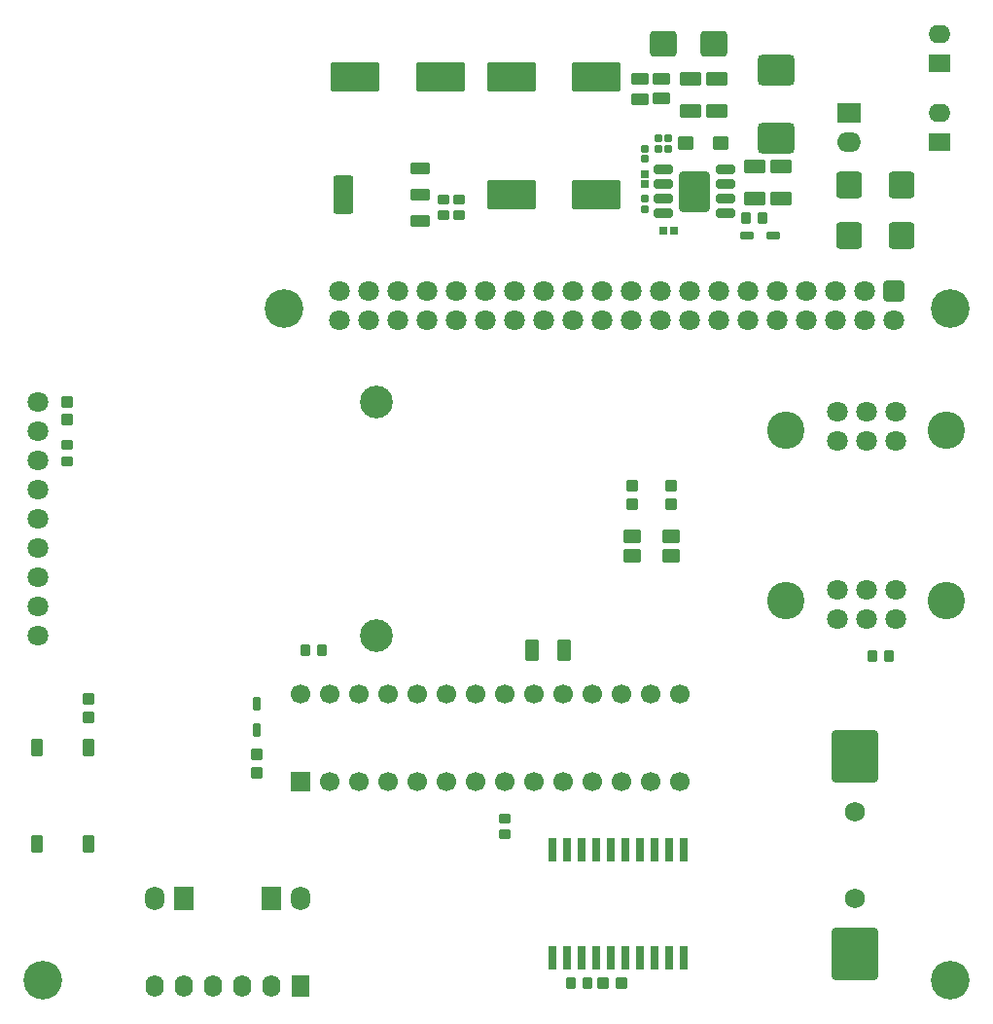
<source format=gts>
G04*
G04 #@! TF.GenerationSoftware,Altium Limited,Altium Designer,24.0.1 (36)*
G04*
G04 Layer_Color=8388736*
%FSLAX25Y25*%
%MOIN*%
G70*
G04*
G04 #@! TF.SameCoordinates,8BFE6F63-70C4-421D-ACC2-915F9C03592B*
G04*
G04*
G04 #@! TF.FilePolarity,Negative*
G04*
G01*
G75*
G04:AMPARAMS|DCode=43|XSize=139.76mil|YSize=104.72mil|CornerRadius=12.05mil|HoleSize=0mil|Usage=FLASHONLY|Rotation=270.000|XOffset=0mil|YOffset=0mil|HoleType=Round|Shape=RoundedRectangle|*
%AMROUNDEDRECTD43*
21,1,0.13976,0.08063,0,0,270.0*
21,1,0.11567,0.10472,0,0,270.0*
1,1,0.02409,-0.04031,-0.05784*
1,1,0.02409,-0.04031,0.05784*
1,1,0.02409,0.04031,0.05784*
1,1,0.02409,0.04031,-0.05784*
%
%ADD43ROUNDEDRECTD43*%
G04:AMPARAMS|DCode=44|XSize=63.98mil|YSize=31.5mil|CornerRadius=4.72mil|HoleSize=0mil|Usage=FLASHONLY|Rotation=180.000|XOffset=0mil|YOffset=0mil|HoleType=Round|Shape=RoundedRectangle|*
%AMROUNDEDRECTD44*
21,1,0.06398,0.02205,0,0,180.0*
21,1,0.05453,0.03150,0,0,180.0*
1,1,0.00945,-0.02726,0.01102*
1,1,0.00945,0.02726,0.01102*
1,1,0.00945,0.02726,-0.01102*
1,1,0.00945,-0.02726,-0.01102*
%
%ADD44ROUNDEDRECTD44*%
G04:AMPARAMS|DCode=45|XSize=169.29mil|YSize=102.36mil|CornerRadius=11.81mil|HoleSize=0mil|Usage=FLASHONLY|Rotation=0.000|XOffset=0mil|YOffset=0mil|HoleType=Round|Shape=RoundedRectangle|*
%AMROUNDEDRECTD45*
21,1,0.16929,0.07874,0,0,0.0*
21,1,0.14567,0.10236,0,0,0.0*
1,1,0.02362,0.07284,-0.03937*
1,1,0.02362,-0.07284,-0.03937*
1,1,0.02362,-0.07284,0.03937*
1,1,0.02362,0.07284,0.03937*
%
%ADD45ROUNDEDRECTD45*%
G04:AMPARAMS|DCode=46|XSize=41.34mil|YSize=39.37mil|CornerRadius=5.51mil|HoleSize=0mil|Usage=FLASHONLY|Rotation=0.000|XOffset=0mil|YOffset=0mil|HoleType=Round|Shape=RoundedRectangle|*
%AMROUNDEDRECTD46*
21,1,0.04134,0.02835,0,0,0.0*
21,1,0.03032,0.03937,0,0,0.0*
1,1,0.01102,0.01516,-0.01417*
1,1,0.01102,-0.01516,-0.01417*
1,1,0.01102,-0.01516,0.01417*
1,1,0.01102,0.01516,0.01417*
%
%ADD46ROUNDEDRECTD46*%
G04:AMPARAMS|DCode=47|XSize=40.95mil|YSize=35.43mil|CornerRadius=5.12mil|HoleSize=0mil|Usage=FLASHONLY|Rotation=0.000|XOffset=0mil|YOffset=0mil|HoleType=Round|Shape=RoundedRectangle|*
%AMROUNDEDRECTD47*
21,1,0.04095,0.02520,0,0,0.0*
21,1,0.03071,0.03543,0,0,0.0*
1,1,0.01024,0.01535,-0.01260*
1,1,0.01024,-0.01535,-0.01260*
1,1,0.01024,-0.01535,0.01260*
1,1,0.01024,0.01535,0.01260*
%
%ADD47ROUNDEDRECTD47*%
G04:AMPARAMS|DCode=48|XSize=62.99mil|YSize=43.31mil|CornerRadius=6.89mil|HoleSize=0mil|Usage=FLASHONLY|Rotation=270.000|XOffset=0mil|YOffset=0mil|HoleType=Round|Shape=RoundedRectangle|*
%AMROUNDEDRECTD48*
21,1,0.06299,0.02953,0,0,270.0*
21,1,0.04921,0.04331,0,0,270.0*
1,1,0.01378,-0.01476,-0.02461*
1,1,0.01378,-0.01476,0.02461*
1,1,0.01378,0.01476,0.02461*
1,1,0.01378,0.01476,-0.02461*
%
%ADD48ROUNDEDRECTD48*%
G04:AMPARAMS|DCode=49|XSize=41.34mil|YSize=39.37mil|CornerRadius=5.51mil|HoleSize=0mil|Usage=FLASHONLY|Rotation=270.000|XOffset=0mil|YOffset=0mil|HoleType=Round|Shape=RoundedRectangle|*
%AMROUNDEDRECTD49*
21,1,0.04134,0.02835,0,0,270.0*
21,1,0.03032,0.03937,0,0,270.0*
1,1,0.01102,-0.01417,-0.01516*
1,1,0.01102,-0.01417,0.01516*
1,1,0.01102,0.01417,0.01516*
1,1,0.01102,0.01417,-0.01516*
%
%ADD49ROUNDEDRECTD49*%
G04:AMPARAMS|DCode=50|XSize=47.24mil|YSize=59.06mil|CornerRadius=7.38mil|HoleSize=0mil|Usage=FLASHONLY|Rotation=270.000|XOffset=0mil|YOffset=0mil|HoleType=Round|Shape=RoundedRectangle|*
%AMROUNDEDRECTD50*
21,1,0.04724,0.04429,0,0,270.0*
21,1,0.03248,0.05906,0,0,270.0*
1,1,0.01476,-0.02215,-0.01624*
1,1,0.01476,-0.02215,0.01624*
1,1,0.01476,0.02215,0.01624*
1,1,0.01476,0.02215,-0.01624*
%
%ADD50ROUNDEDRECTD50*%
G04:AMPARAMS|DCode=51|XSize=181.1mil|YSize=161.42mil|CornerRadius=17.72mil|HoleSize=0mil|Usage=FLASHONLY|Rotation=90.000|XOffset=0mil|YOffset=0mil|HoleType=Round|Shape=RoundedRectangle|*
%AMROUNDEDRECTD51*
21,1,0.18110,0.12598,0,0,90.0*
21,1,0.14567,0.16142,0,0,90.0*
1,1,0.03543,0.06299,0.07284*
1,1,0.03543,0.06299,-0.07284*
1,1,0.03543,-0.06299,-0.07284*
1,1,0.03543,-0.06299,0.07284*
%
%ADD51ROUNDEDRECTD51*%
G04:AMPARAMS|DCode=52|XSize=48.23mil|YSize=23.62mil|CornerRadius=3.94mil|HoleSize=0mil|Usage=FLASHONLY|Rotation=90.000|XOffset=0mil|YOffset=0mil|HoleType=Round|Shape=RoundedRectangle|*
%AMROUNDEDRECTD52*
21,1,0.04823,0.01575,0,0,90.0*
21,1,0.04035,0.02362,0,0,90.0*
1,1,0.00787,0.00787,0.02018*
1,1,0.00787,0.00787,-0.02018*
1,1,0.00787,-0.00787,-0.02018*
1,1,0.00787,-0.00787,0.02018*
%
%ADD52ROUNDEDRECTD52*%
G04:AMPARAMS|DCode=53|XSize=40.95mil|YSize=35.43mil|CornerRadius=5.12mil|HoleSize=0mil|Usage=FLASHONLY|Rotation=270.000|XOffset=0mil|YOffset=0mil|HoleType=Round|Shape=RoundedRectangle|*
%AMROUNDEDRECTD53*
21,1,0.04095,0.02520,0,0,270.0*
21,1,0.03071,0.03543,0,0,270.0*
1,1,0.01024,-0.01260,-0.01535*
1,1,0.01024,-0.01260,0.01535*
1,1,0.01024,0.01260,0.01535*
1,1,0.01024,0.01260,-0.01535*
%
%ADD53ROUNDEDRECTD53*%
G04:AMPARAMS|DCode=54|XSize=79.72mil|YSize=29.53mil|CornerRadius=4.53mil|HoleSize=0mil|Usage=FLASHONLY|Rotation=90.000|XOffset=0mil|YOffset=0mil|HoleType=Round|Shape=RoundedRectangle|*
%AMROUNDEDRECTD54*
21,1,0.07972,0.02047,0,0,90.0*
21,1,0.07067,0.02953,0,0,90.0*
1,1,0.00906,0.01024,0.03533*
1,1,0.00906,0.01024,-0.03533*
1,1,0.00906,-0.01024,-0.03533*
1,1,0.00906,-0.01024,0.03533*
%
%ADD54ROUNDEDRECTD54*%
G04:AMPARAMS|DCode=55|XSize=75.59mil|YSize=44.09mil|CornerRadius=5.98mil|HoleSize=0mil|Usage=FLASHONLY|Rotation=90.000|XOffset=0mil|YOffset=0mil|HoleType=Round|Shape=RoundedRectangle|*
%AMROUNDEDRECTD55*
21,1,0.07559,0.03213,0,0,90.0*
21,1,0.06362,0.04409,0,0,90.0*
1,1,0.01197,0.01606,0.03181*
1,1,0.01197,0.01606,-0.03181*
1,1,0.01197,-0.01606,-0.03181*
1,1,0.01197,-0.01606,0.03181*
%
%ADD55ROUNDEDRECTD55*%
G04:AMPARAMS|DCode=56|XSize=66.93mil|YSize=41.34mil|CornerRadius=5.71mil|HoleSize=0mil|Usage=FLASHONLY|Rotation=180.000|XOffset=0mil|YOffset=0mil|HoleType=Round|Shape=RoundedRectangle|*
%AMROUNDEDRECTD56*
21,1,0.06693,0.02992,0,0,180.0*
21,1,0.05551,0.04134,0,0,180.0*
1,1,0.01142,-0.02776,0.01496*
1,1,0.01142,0.02776,0.01496*
1,1,0.01142,0.02776,-0.01496*
1,1,0.01142,-0.02776,-0.01496*
%
%ADD56ROUNDEDRECTD56*%
G04:AMPARAMS|DCode=57|XSize=131.89mil|YSize=66.93mil|CornerRadius=8.27mil|HoleSize=0mil|Usage=FLASHONLY|Rotation=270.000|XOffset=0mil|YOffset=0mil|HoleType=Round|Shape=RoundedRectangle|*
%AMROUNDEDRECTD57*
21,1,0.13189,0.05039,0,0,270.0*
21,1,0.11535,0.06693,0,0,270.0*
1,1,0.01654,-0.02520,-0.05768*
1,1,0.01654,-0.02520,0.05768*
1,1,0.01654,0.02520,0.05768*
1,1,0.01654,0.02520,-0.05768*
%
%ADD57ROUNDEDRECTD57*%
G04:AMPARAMS|DCode=58|XSize=60.24mil|YSize=40.95mil|CornerRadius=5.67mil|HoleSize=0mil|Usage=FLASHONLY|Rotation=0.000|XOffset=0mil|YOffset=0mil|HoleType=Round|Shape=RoundedRectangle|*
%AMROUNDEDRECTD58*
21,1,0.06024,0.02961,0,0,0.0*
21,1,0.04890,0.04095,0,0,0.0*
1,1,0.01134,0.02445,-0.01480*
1,1,0.01134,-0.02445,-0.01480*
1,1,0.01134,-0.02445,0.01480*
1,1,0.01134,0.02445,0.01480*
%
%ADD58ROUNDEDRECTD58*%
G04:AMPARAMS|DCode=59|XSize=58.66mil|YSize=41.73mil|CornerRadius=5.75mil|HoleSize=0mil|Usage=FLASHONLY|Rotation=0.000|XOffset=0mil|YOffset=0mil|HoleType=Round|Shape=RoundedRectangle|*
%AMROUNDEDRECTD59*
21,1,0.05866,0.03024,0,0,0.0*
21,1,0.04717,0.04173,0,0,0.0*
1,1,0.01150,0.02358,-0.01512*
1,1,0.01150,-0.02358,-0.01512*
1,1,0.01150,-0.02358,0.01512*
1,1,0.01150,0.02358,0.01512*
%
%ADD59ROUNDEDRECTD59*%
G04:AMPARAMS|DCode=60|XSize=75.59mil|YSize=44.09mil|CornerRadius=5.98mil|HoleSize=0mil|Usage=FLASHONLY|Rotation=0.000|XOffset=0mil|YOffset=0mil|HoleType=Round|Shape=RoundedRectangle|*
%AMROUNDEDRECTD60*
21,1,0.07559,0.03213,0,0,0.0*
21,1,0.06362,0.04409,0,0,0.0*
1,1,0.01197,0.03181,-0.01606*
1,1,0.01197,-0.03181,-0.01606*
1,1,0.01197,-0.03181,0.01606*
1,1,0.01197,0.03181,0.01606*
%
%ADD60ROUNDEDRECTD60*%
G04:AMPARAMS|DCode=61|XSize=51.58mil|YSize=48.42mil|CornerRadius=6.42mil|HoleSize=0mil|Usage=FLASHONLY|Rotation=180.000|XOffset=0mil|YOffset=0mil|HoleType=Round|Shape=RoundedRectangle|*
%AMROUNDEDRECTD61*
21,1,0.05158,0.03559,0,0,180.0*
21,1,0.03874,0.04842,0,0,180.0*
1,1,0.01284,-0.01937,0.01780*
1,1,0.01284,0.01937,0.01780*
1,1,0.01284,0.01937,-0.01780*
1,1,0.01284,-0.01937,-0.01780*
%
%ADD61ROUNDEDRECTD61*%
G04:AMPARAMS|DCode=62|XSize=25.59mil|YSize=25.59mil|CornerRadius=4.13mil|HoleSize=0mil|Usage=FLASHONLY|Rotation=90.000|XOffset=0mil|YOffset=0mil|HoleType=Round|Shape=RoundedRectangle|*
%AMROUNDEDRECTD62*
21,1,0.02559,0.01732,0,0,90.0*
21,1,0.01732,0.02559,0,0,90.0*
1,1,0.00827,0.00866,0.00866*
1,1,0.00827,0.00866,-0.00866*
1,1,0.00827,-0.00866,-0.00866*
1,1,0.00827,-0.00866,0.00866*
%
%ADD62ROUNDEDRECTD62*%
G04:AMPARAMS|DCode=63|XSize=124.02mil|YSize=104.33mil|CornerRadius=12.01mil|HoleSize=0mil|Usage=FLASHONLY|Rotation=180.000|XOffset=0mil|YOffset=0mil|HoleType=Round|Shape=RoundedRectangle|*
%AMROUNDEDRECTD63*
21,1,0.12402,0.08032,0,0,180.0*
21,1,0.10000,0.10433,0,0,180.0*
1,1,0.02402,-0.05000,0.04016*
1,1,0.02402,0.05000,0.04016*
1,1,0.02402,0.05000,-0.04016*
1,1,0.02402,-0.05000,-0.04016*
%
%ADD63ROUNDEDRECTD63*%
G04:AMPARAMS|DCode=64|XSize=90.55mil|YSize=86.61mil|CornerRadius=10.24mil|HoleSize=0mil|Usage=FLASHONLY|Rotation=0.000|XOffset=0mil|YOffset=0mil|HoleType=Round|Shape=RoundedRectangle|*
%AMROUNDEDRECTD64*
21,1,0.09055,0.06614,0,0,0.0*
21,1,0.07008,0.08661,0,0,0.0*
1,1,0.02047,0.03504,-0.03307*
1,1,0.02047,-0.03504,-0.03307*
1,1,0.02047,-0.03504,0.03307*
1,1,0.02047,0.03504,0.03307*
%
%ADD64ROUNDEDRECTD64*%
G04:AMPARAMS|DCode=65|XSize=28.35mil|YSize=27.56mil|CornerRadius=4.33mil|HoleSize=0mil|Usage=FLASHONLY|Rotation=180.000|XOffset=0mil|YOffset=0mil|HoleType=Round|Shape=RoundedRectangle|*
%AMROUNDEDRECTD65*
21,1,0.02835,0.01890,0,0,180.0*
21,1,0.01968,0.02756,0,0,180.0*
1,1,0.00866,-0.00984,0.00945*
1,1,0.00866,0.00984,0.00945*
1,1,0.00866,0.00984,-0.00945*
1,1,0.00866,-0.00984,-0.00945*
%
%ADD65ROUNDEDRECTD65*%
G04:AMPARAMS|DCode=66|XSize=28.35mil|YSize=27.56mil|CornerRadius=4.33mil|HoleSize=0mil|Usage=FLASHONLY|Rotation=90.000|XOffset=0mil|YOffset=0mil|HoleType=Round|Shape=RoundedRectangle|*
%AMROUNDEDRECTD66*
21,1,0.02835,0.01890,0,0,90.0*
21,1,0.01968,0.02756,0,0,90.0*
1,1,0.00866,0.00945,0.00984*
1,1,0.00866,0.00945,-0.00984*
1,1,0.00866,-0.00945,-0.00984*
1,1,0.00866,-0.00945,0.00984*
%
%ADD66ROUNDEDRECTD66*%
G04:AMPARAMS|DCode=67|XSize=48.23mil|YSize=23.62mil|CornerRadius=3.94mil|HoleSize=0mil|Usage=FLASHONLY|Rotation=0.000|XOffset=0mil|YOffset=0mil|HoleType=Round|Shape=RoundedRectangle|*
%AMROUNDEDRECTD67*
21,1,0.04823,0.01575,0,0,0.0*
21,1,0.04035,0.02362,0,0,0.0*
1,1,0.00787,0.02018,-0.00787*
1,1,0.00787,-0.02018,-0.00787*
1,1,0.00787,-0.02018,0.00787*
1,1,0.00787,0.02018,0.00787*
%
%ADD67ROUNDEDRECTD67*%
G04:AMPARAMS|DCode=68|XSize=90.55mil|YSize=86.61mil|CornerRadius=10.24mil|HoleSize=0mil|Usage=FLASHONLY|Rotation=270.000|XOffset=0mil|YOffset=0mil|HoleType=Round|Shape=RoundedRectangle|*
%AMROUNDEDRECTD68*
21,1,0.09055,0.06614,0,0,270.0*
21,1,0.07008,0.08661,0,0,270.0*
1,1,0.02047,-0.03307,-0.03504*
1,1,0.02047,-0.03307,0.03504*
1,1,0.02047,0.03307,0.03504*
1,1,0.02047,0.03307,-0.03504*
%
%ADD68ROUNDEDRECTD68*%
%ADD69C,0.12795*%
%ADD70C,0.07087*%
%ADD71O,0.06693X0.08268*%
%ADD72R,0.06693X0.08268*%
%ADD73O,0.06299X0.07480*%
G04:AMPARAMS|DCode=74|XSize=62.99mil|YSize=74.8mil|CornerRadius=9.35mil|HoleSize=0mil|Usage=FLASHONLY|Rotation=180.000|XOffset=0mil|YOffset=0mil|HoleType=Round|Shape=RoundedRectangle|*
%AMROUNDEDRECTD74*
21,1,0.06299,0.05610,0,0,180.0*
21,1,0.04429,0.07480,0,0,180.0*
1,1,0.01870,-0.02215,0.02805*
1,1,0.01870,0.02215,0.02805*
1,1,0.01870,0.02215,-0.02805*
1,1,0.01870,-0.02215,-0.02805*
%
%ADD74ROUNDEDRECTD74*%
G04:AMPARAMS|DCode=75|XSize=70.87mil|YSize=70.87mil|CornerRadius=10.34mil|HoleSize=0mil|Usage=FLASHONLY|Rotation=180.000|XOffset=0mil|YOffset=0mil|HoleType=Round|Shape=RoundedRectangle|*
%AMROUNDEDRECTD75*
21,1,0.07087,0.05020,0,0,180.0*
21,1,0.05020,0.07087,0,0,180.0*
1,1,0.02067,-0.02510,0.02510*
1,1,0.02067,0.02510,0.02510*
1,1,0.02067,0.02510,-0.02510*
1,1,0.02067,-0.02510,-0.02510*
%
%ADD75ROUNDEDRECTD75*%
%ADD76C,0.11236*%
%ADD77C,0.13205*%
%ADD78C,0.06906*%
%ADD79C,0.06693*%
%ADD80R,0.06693X0.06693*%
%ADD81O,0.08268X0.06693*%
%ADD82R,0.08268X0.06693*%
%ADD83O,0.07480X0.06299*%
G04:AMPARAMS|DCode=84|XSize=62.99mil|YSize=74.8mil|CornerRadius=7.87mil|HoleSize=0mil|Usage=FLASHONLY|Rotation=90.000|XOffset=0mil|YOffset=0mil|HoleType=Round|Shape=RoundedRectangle|*
%AMROUNDEDRECTD84*
21,1,0.06299,0.05906,0,0,90.0*
21,1,0.04724,0.07480,0,0,90.0*
1,1,0.01575,0.02953,0.02362*
1,1,0.01575,0.02953,-0.02362*
1,1,0.01575,-0.02953,-0.02362*
1,1,0.01575,-0.02953,0.02362*
%
%ADD84ROUNDEDRECTD84*%
D43*
X235106Y281890D02*
D03*
D44*
X224429Y274390D02*
D03*
Y279390D02*
D03*
Y284390D02*
D03*
Y289390D02*
D03*
X245783D02*
D03*
Y284390D02*
D03*
Y279390D02*
D03*
Y274390D02*
D03*
D45*
X172433Y321158D02*
D03*
X201567D02*
D03*
Y281000D02*
D03*
X172433D02*
D03*
X118933Y321158D02*
D03*
X148067D02*
D03*
D46*
X20000Y203701D02*
D03*
Y210000D02*
D03*
X27547Y101850D02*
D03*
Y108150D02*
D03*
X227000Y174850D02*
D03*
Y181150D02*
D03*
X213898Y174850D02*
D03*
Y181150D02*
D03*
X85000Y89232D02*
D03*
Y82932D02*
D03*
D47*
X20000Y195197D02*
D03*
Y189606D02*
D03*
X170000Y67295D02*
D03*
Y61705D02*
D03*
X149000Y273705D02*
D03*
Y279295D02*
D03*
X154500Y273705D02*
D03*
Y279295D02*
D03*
D48*
X27547Y58465D02*
D03*
X9831D02*
D03*
Y91535D02*
D03*
X27547D02*
D03*
D49*
X210150Y11000D02*
D03*
X203850D02*
D03*
D50*
X213898Y163945D02*
D03*
Y157055D02*
D03*
X227000Y163945D02*
D03*
Y157055D02*
D03*
D51*
X290000Y88622D02*
D03*
Y20906D02*
D03*
D52*
X85000Y106650D02*
D03*
Y97500D02*
D03*
D53*
X192705Y11000D02*
D03*
X198295D02*
D03*
X301795Y123000D02*
D03*
X296205D02*
D03*
X107472Y125000D02*
D03*
X101882D02*
D03*
X258402Y272890D02*
D03*
X252811D02*
D03*
D54*
X186500Y19449D02*
D03*
X191500D02*
D03*
X196500D02*
D03*
X201500D02*
D03*
X206500D02*
D03*
X211500D02*
D03*
X216500D02*
D03*
X221500D02*
D03*
X226500D02*
D03*
X231500D02*
D03*
Y56551D02*
D03*
X226500D02*
D03*
X221500D02*
D03*
X216500D02*
D03*
X211500D02*
D03*
X206500D02*
D03*
X201500D02*
D03*
X196500D02*
D03*
X191500D02*
D03*
X186500D02*
D03*
D55*
X190508Y125000D02*
D03*
X179484D02*
D03*
D56*
X141189Y271984D02*
D03*
Y281000D02*
D03*
Y290016D02*
D03*
D57*
X114811Y281000D02*
D03*
D58*
X216500Y313681D02*
D03*
Y320532D02*
D03*
D59*
X223768Y313799D02*
D03*
Y320413D02*
D03*
D60*
X242606Y309390D02*
D03*
Y320413D02*
D03*
X233606D02*
D03*
Y309390D02*
D03*
X264606Y290402D02*
D03*
Y279378D02*
D03*
X255606Y290402D02*
D03*
Y279378D02*
D03*
D61*
X244110Y298390D02*
D03*
X232102D02*
D03*
D62*
X222606Y296618D02*
D03*
Y300161D02*
D03*
X226115Y296618D02*
D03*
Y300161D02*
D03*
X218106Y296618D02*
D03*
Y293075D02*
D03*
Y275847D02*
D03*
Y279390D02*
D03*
D63*
X263000Y323504D02*
D03*
Y300276D02*
D03*
D64*
X241768Y332390D02*
D03*
X224445D02*
D03*
D65*
X218106Y284390D02*
D03*
Y288012D02*
D03*
D66*
X224429Y268390D02*
D03*
X228051D02*
D03*
D67*
X262158Y266913D02*
D03*
X253008D02*
D03*
D68*
X306000Y284213D02*
D03*
Y266890D02*
D03*
X288000Y284213D02*
D03*
Y266890D02*
D03*
D69*
X266430Y142020D02*
D03*
Y200091D02*
D03*
X321549D02*
D03*
Y142020D02*
D03*
D70*
X283990Y196567D02*
D03*
X303990D02*
D03*
X293989D02*
D03*
X303990Y206567D02*
D03*
X293989D02*
D03*
X283990D02*
D03*
Y145543D02*
D03*
X293989D02*
D03*
X303990D02*
D03*
X283990Y135543D02*
D03*
X293989D02*
D03*
X303990D02*
D03*
X113504Y237788D02*
D03*
X123504D02*
D03*
X133504D02*
D03*
X143504D02*
D03*
X153504D02*
D03*
X163504D02*
D03*
X173504D02*
D03*
X183504D02*
D03*
X193504D02*
D03*
X203504D02*
D03*
X213504D02*
D03*
X223504D02*
D03*
X233504D02*
D03*
X243504D02*
D03*
X253504D02*
D03*
X263504D02*
D03*
X273504D02*
D03*
X283504D02*
D03*
X293504D02*
D03*
X303504D02*
D03*
X113504Y247787D02*
D03*
X123504D02*
D03*
X133504D02*
D03*
X143504D02*
D03*
X153504D02*
D03*
X163504D02*
D03*
X173504D02*
D03*
X183504D02*
D03*
X193504D02*
D03*
X203504D02*
D03*
X213504D02*
D03*
X223504D02*
D03*
X233504D02*
D03*
X243504D02*
D03*
X253504D02*
D03*
X263504D02*
D03*
X273504D02*
D03*
X283504D02*
D03*
X293504D02*
D03*
X10000Y130000D02*
D03*
Y140000D02*
D03*
Y150000D02*
D03*
Y160000D02*
D03*
Y170000D02*
D03*
Y180000D02*
D03*
Y190000D02*
D03*
Y200000D02*
D03*
Y210000D02*
D03*
D71*
X100000Y40000D02*
D03*
X50000D02*
D03*
D72*
X90000D02*
D03*
X60000D02*
D03*
D73*
X50000Y10000D02*
D03*
X60000D02*
D03*
X70000D02*
D03*
X80000D02*
D03*
X90000D02*
D03*
D74*
X100000D02*
D03*
D75*
X303504Y247787D02*
D03*
D76*
X125945Y130000D02*
D03*
Y210000D02*
D03*
D77*
X322677Y241803D02*
D03*
X322835Y11811D02*
D03*
X11811D02*
D03*
X94331Y241803D02*
D03*
D78*
X290000Y40000D02*
D03*
Y69528D02*
D03*
D79*
X230000Y110000D02*
D03*
X220000D02*
D03*
X210000D02*
D03*
X200000D02*
D03*
X190000D02*
D03*
X180000D02*
D03*
X170000D02*
D03*
X160000D02*
D03*
X150000D02*
D03*
X140000D02*
D03*
X130000D02*
D03*
X120000D02*
D03*
X110000D02*
D03*
X100000D02*
D03*
X230000Y80000D02*
D03*
X220000D02*
D03*
X210000D02*
D03*
X200000D02*
D03*
X190000D02*
D03*
X180000D02*
D03*
X170000D02*
D03*
X160000D02*
D03*
X150000D02*
D03*
X140000D02*
D03*
X130000D02*
D03*
X120000D02*
D03*
X110000D02*
D03*
D80*
X100000D02*
D03*
D81*
X288000Y299000D02*
D03*
D82*
Y309000D02*
D03*
D83*
X319000Y309000D02*
D03*
Y336000D02*
D03*
D84*
Y299000D02*
D03*
Y326000D02*
D03*
M02*

</source>
